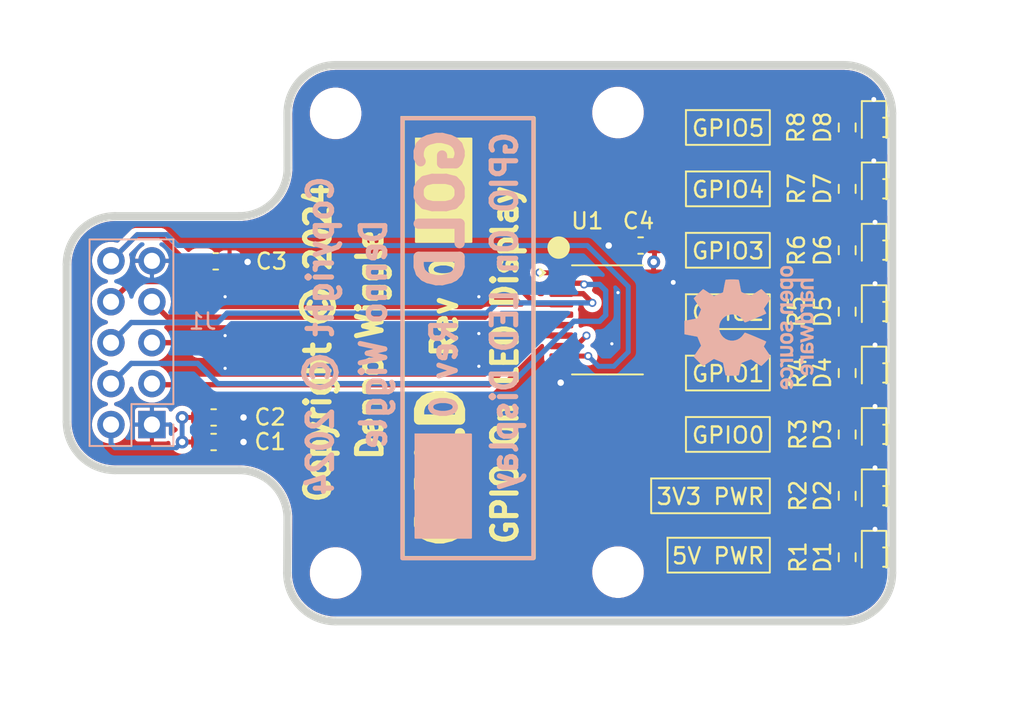
<source format=kicad_pcb>
(kicad_pcb (version 20240108) (generator "pcbnew") (generator_version "8.0")
  (title_block (title "GOLD") (date "2024-07-24") (rev "0") (company "Denno Wiggle") (comment 1 "GPIO On LED Display"))
  (layers (0 "F.Cu" signal) (1 "In1.Cu" power) (2 "In2.Cu" power) (31 "B.Cu" signal) (34 "B.Paste" user) (35 "F.Paste" user) (36 "B.SilkS" user "B.Silkscreen") (37 "F.SilkS" user "F.Silkscreen") (38 "B.Mask" user) (39 "F.Mask" user) (44 "Edge.Cuts" user))
  (net 0 "")
  (net 1 "+3.3V")
  (net 2 "GND")
  (net 3 "Net-(D1-Pad2)")
  (net 4 "Net-(D2-Pad2)")
  (net 5 "Net-(D3-Pad2)")
  (net 6 "Net-(D4-Pad2)")
  (net 7 "Net-(D5-Pad2)")
  (net 8 "Net-(D6-Pad2)")
  (net 9 "Net-(D7-Pad2)")
  (net 10 "Net-(D8-Pad2)")
  (net 11 "+5V")
  (net 12 "/GPIO4")
  (net 13 "/GPIO3")
  (net 14 "/GPIO2")
  (net 15 "/GPIO5")
  (net 16 "/GPIO0")
  (net 17 "/GPIO1")
  (net 18 "/LED_5V0_PWR")
  (net 19 "/LED_3V3_PWR")
  (net 20 "/LED_GPIO0")
  (net 21 "/LED_GPIO1")
  (net 22 "/LED_GPIO2")
  (net 23 "/LED_GPIO3")
  (net 24 "/LED_GPIO4")
  (net 25 "/LED_GPIO5")
  (footprint "MountingHole:MountingHole_2.7mm_M2.5_DIN965" (layer "F.Cu") (at 205.4352 81.698679)
    (property "Reference" "H1" (hide yes))
    (property "Value" "MountingHole")
    (pad "" np_thru_hole circle (at 0 0) (size 2.7 2.7) (drill 2.7) (layers "*.Cu" "*.Mask"))
  )
  (footprint "MountingHole:MountingHole_2.7mm_M2.5_DIN965" (layer "F.Cu") (at 205.4352 110.222038)
    (property "Reference" "H2" (hide yes))
    (property "Value" "MountingHole")
    (pad "" np_thru_hole circle (at 0 0) (size 2.7 2.7) (drill 2.7) (layers "*.Cu" "*.Mask"))
  )
  (footprint "MountingHole:MountingHole_2.7mm_M2.5_DIN965" (layer "F.Cu") (at 187.9092 110.273679)
    (property "Reference" "H3" (hide yes))
    (property "Value" "MountingHole")
    (pad "" np_thru_hole circle (at 0 0) (size 2.7 2.7) (drill 2.7) (layers "*.Cu" "*.Mask"))
  )
  (footprint "Resistor_SMD:R_0603_1608Metric_Pad0.98x0.95mm_HandSolder" (layer "F.Cu") (at 219.6592 97.865359 -90)
    (property "Reference" "R4" (at 0 3.048 90) (layer "F.SilkS"))
    (property "Value" "1K")
    (pad "1" smd roundrect (at -0.9125 0 270) (size 0.975 0.95) (layers "F.Cu" "F.Paste" "F.Mask") (net 21 "/LED_GPIO1"))
    (pad "2" smd roundrect (at 0.9125 0 270) (size 0.975 0.95) (layers "F.Cu" "F.Paste" "F.Mask") (net 6 "Net-(D4-Pad2)"))
  )
  (footprint "Capacitor_SMD:C_0603_1608Metric_Pad1.08x0.95mm_HandSolder" (layer "F.Cu") (at 180.34 102.145679)
    (property "Reference" "C1" (at 3.5052 -0.0167 0) (layer "F.SilkS"))
    (property "Value" "4.7uF")
    (pad "1" smd roundrect (at -0.8625 0) (size 1.075 0.95) (layers "F.Cu" "F.Paste" "F.Mask") (net 1 "+3.3V"))
    (pad "2" smd roundrect (at 0.8625 0) (size 1.075 0.95) (layers "F.Cu" "F.Paste" "F.Mask") (net 2 "GND"))
  )
  (footprint "Capacitor_SMD:C_0603_1608Metric_Pad1.08x0.95mm_HandSolder" (layer "F.Cu") (at 206.83835 89.953679 180)
    (property "Reference" "C4" (at 0.13315 1.524 0) (layer "F.SilkS"))
    (property "Value" "100nF")
    (pad "1" smd roundrect (at -0.8625 0 180) (size 1.075 0.95) (layers "F.Cu" "F.Paste" "F.Mask") (net 1 "+3.3V"))
    (pad "2" smd roundrect (at 0.8625 0 180) (size 1.075 0.95) (layers "F.Cu" "F.Paste" "F.Mask") (net 2 "GND"))
  )
  (footprint "WTM_Library:LTST-S270KGKT" (layer "F.Cu") (at 221.33052 109.308059 -90)
    (property "Reference" "D1" (at -0.0127 3.19532 90) (layer "F.SilkS") (effects (font (size 1.002417 1.002417))))
    (property "Value" "LED_LTST-S270KGKT")
    (pad "1" smd roundrect (at -0.85 0 270) (size 1.1 1) (layers "F.Cu" "F.Paste" "F.Mask") (net 2 "GND"))
    (pad "2" smd roundrect (at 0.85 0 270) (size 1.1 1) (layers "F.Cu" "F.Paste" "F.Mask") (net 3 "Net-(D1-Pad2)"))
  )
  (footprint "WTM_Library:LTST-S270KGKT" (layer "F.Cu") (at 221.33052 101.688059 -90)
    (property "Reference" "D3" (at -0.0127 3.19532 90) (layer "F.SilkS") (effects (font (size 1.002417 1.002417))))
    (property "Value" "LED_LTST-S270KGKT")
    (pad "1" smd roundrect (at -0.85 0 270) (size 1.1 1) (layers "F.Cu" "F.Paste" "F.Mask") (net 2 "GND"))
    (pad "2" smd roundrect (at 0.85 0 270) (size 1.1 1) (layers "F.Cu" "F.Paste" "F.Mask") (net 5 "Net-(D3-Pad2)"))
  )
  (footprint "Resistor_SMD:R_0603_1608Metric_Pad0.98x0.95mm_HandSolder" (layer "F.Cu") (at 219.6592 109.295359 -90)
    (property "Reference" "R1" (at 0 3.048 90) (layer "F.SilkS"))
    (property "Value" "1K")
    (pad "1" smd roundrect (at -0.9125 0 270) (size 0.975 0.95) (layers "F.Cu" "F.Paste" "F.Mask") (net 18 "/LED_5V0_PWR"))
    (pad "2" smd roundrect (at 0.9125 0 270) (size 0.975 0.95) (layers "F.Cu" "F.Paste" "F.Mask") (net 3 "Net-(D1-Pad2)"))
  )
  (footprint "Capacitor_SMD:C_0603_1608Metric_Pad1.08x0.95mm_HandSolder" (layer "F.Cu") (at 180.34 100.621679)
    (property "Reference" "C2" (at 3.5052 -0.0167 0) (layer "F.SilkS"))
    (property "Value" "100nF")
    (pad "1" smd roundrect (at -0.8625 0) (size 1.075 0.95) (layers "F.Cu" "F.Paste" "F.Mask") (net 1 "+3.3V"))
    (pad "2" smd roundrect (at 0.8625 0) (size 1.075 0.95) (layers "F.Cu" "F.Paste" "F.Mask") (net 2 "GND"))
  )
  (footprint "Capacitor_SMD:C_0603_1608Metric_Pad1.08x0.95mm_HandSolder" (layer "F.Cu") (at 180.467 90.932)
    (property "Reference" "C3" (at 3.45948 0 0) (layer "F.SilkS"))
    (property "Value" "100nF")
    (pad "1" smd roundrect (at -0.8625 0) (size 1.075 0.95) (layers "F.Cu" "F.Paste" "F.Mask") (net 11 "+5V"))
    (pad "2" smd roundrect (at 0.8625 0) (size 1.075 0.95) (layers "F.Cu" "F.Paste" "F.Mask") (net 2 "GND"))
  )
  (footprint "Package_SO:TSSOP-20_4.4x6.5mm_P0.65mm" (layer "F.Cu") (at 204.78135 94.566679)
    (property "Reference" "U1" (at -1.25115 -6.137 0) (layer "F.SilkS"))
    (property "Value" "SN74LVC245APWR")
    (pad "1" smd roundrect (at -2.8625 -2.925) (size 1.475 0.4) (layers "F.Cu" "F.Paste" "F.Mask") (net 1 "+3.3V"))
    (pad "2" smd roundrect (at -2.8625 -2.275) (size 1.475 0.4) (layers "F.Cu" "F.Paste" "F.Mask") (net 15 "/GPIO5"))
    (pad "3" smd roundrect (at -2.8625 -1.625) (size 1.475 0.4) (layers "F.Cu" "F.Paste" "F.Mask") (net 12 "/GPIO4"))
    (pad "4" smd roundrect (at -2.8625 -0.975) (size 1.475 0.4) (layers "F.Cu" "F.Paste" "F.Mask") (net 13 "/GPIO3"))
    (pad "5" smd roundrect (at -2.8625 -0.325) (size 1.475 0.4) (layers "F.Cu" "F.Paste" "F.Mask") (net 14 "/GPIO2"))
    (pad "6" smd roundrect (at -2.8625 0.325) (size 1.475 0.4) (layers "F.Cu" "F.Paste" "F.Mask") (net 17 "/GPIO1"))
    (pad "7" smd roundrect (at -2.8625 0.975) (size 1.475 0.4) (layers "F.Cu" "F.Paste" "F.Mask") (net 16 "/GPIO0"))
    (pad "8" smd roundrect (at -2.8625 1.625) (size 1.475 0.4) (layers "F.Cu" "F.Paste" "F.Mask") (net 1 "+3.3V"))
    (pad "9" smd roundrect (at -2.8625 2.275) (size 1.475 0.4) (layers "F.Cu" "F.Paste" "F.Mask") (net 11 "+5V"))
    (pad "10" smd roundrect (at -2.8625 2.925) (size 1.475 0.4) (layers "F.Cu" "F.Paste" "F.Mask") (net 2 "GND"))
    (pad "11" smd roundrect (at 2.8625 2.925) (size 1.475 0.4) (layers "F.Cu" "F.Paste" "F.Mask") (net 18 "/LED_5V0_PWR"))
    (pad "12" smd roundrect (at 2.8625 2.275) (size 1.475 0.4) (layers "F.Cu" "F.Paste" "F.Mask") (net 19 "/LED_3V3_PWR"))
    (pad "13" smd roundrect (at 2.8625 1.625) (size 1.475 0.4) (layers "F.Cu" "F.Paste" "F.Mask") (net 20 "/LED_GPIO0"))
    (pad "14" smd roundrect (at 2.8625 0.975) (size 1.475 0.4) (layers "F.Cu" "F.Paste" "F.Mask") (net 21 "/LED_GPIO1"))
    (pad "15" smd roundrect (at 2.8625 0.325) (size 1.475 0.4) (layers "F.Cu" "F.Paste" "F.Mask") (net 22 "/LED_GPIO2"))
    (pad "16" smd roundrect (at 2.8625 -0.325) (size 1.475 0.4) (layers "F.Cu" "F.Paste" "F.Mask") (net 23 "/LED_GPIO3"))
    (pad "17" smd roundrect (at 2.8625 -0.975) (size 1.475 0.4) (layers "F.Cu" "F.Paste" "F.Mask") (net 24 "/LED_GPIO4"))
    (pad "18" smd roundrect (at 2.8625 -1.625) (size 1.475 0.4) (layers "F.Cu" "F.Paste" "F.Mask") (net 25 "/LED_GPIO5"))
    (pad "19" smd roundrect (at 2.8625 -2.275) (size 1.475 0.4) (layers "F.Cu" "F.Paste" "F.Mask") (net 2 "GND"))
    (pad "20" smd roundrect (at 2.8625 -2.925) (size 1.475 0.4) (layers "F.Cu" "F.Paste" "F.Mask") (net 1 "+3.3V"))
  )
  (footprint "Resistor_SMD:R_0603_1608Metric_Pad0.98x0.95mm_HandSolder" (layer "F.Cu") (at 219.6592 94.055359 -90)
    (property "Reference" "R5" (at 0 3.142 90) (layer "F.SilkS"))
    (property "Value" "1K")
    (pad "1" smd roundrect (at -0.9125 0 270) (size 0.975 0.95) (layers "F.Cu" "F.Paste" "F.Mask") (net 22 "/LED_GPIO2"))
    (pad "2" smd roundrect (at 0.9125 0 270) (size 0.975 0.95) (layers "F.Cu" "F.Paste" "F.Mask") (net 7 "Net-(D5-Pad2)"))
  )
  (footprint "WTM_Library:LTST-S270KGKT" (layer "F.Cu") (at 221.33052 86.448059 -90)
    (property "Reference" "D7" (at -0.0127 3.19532 90) (layer "F.SilkS") (effects (font (size 1.002417 1.002417))))
    (property "Value" "LED_LTST-S270KGKT")
    (pad "1" smd roundrect (at -0.85 0 270) (size 1.1 1) (layers "F.Cu" "F.Paste" "F.Mask") (net 2 "GND"))
    (pad "2" smd roundrect (at 0.85 0 270) (size 1.1 1) (layers "F.Cu" "F.Paste" "F.Mask") (net 9 "Net-(D7-Pad2)"))
  )
  (footprint "Resistor_SMD:R_0603_1608Metric_Pad0.98x0.95mm_HandSolder" (layer "F.Cu") (at 219.6592 101.675359 -90)
    (property "Reference" "R3" (at 0 3.048 90) (layer "F.SilkS"))
    (property "Value" "1K")
    (pad "1" smd roundrect (at -0.9125 0 270) (size 0.975 0.95) (layers "F.Cu" "F.Paste" "F.Mask") (net 20 "/LED_GPIO0"))
    (pad "2" smd roundrect (at 0.9125 0 270) (size 0.975 0.95) (layers "F.Cu" "F.Paste" "F.Mask") (net 5 "Net-(D3-Pad2)"))
  )
  (footprint "Resistor_SMD:R_0603_1608Metric_Pad0.98x0.95mm_HandSolder" (layer "F.Cu") (at 219.6592 82.625359 -90)
    (property "Reference" "R8" (at 0 3.175 90) (layer "F.SilkS"))
    (property "Value" "1K")
    (pad "1" smd roundrect (at -0.9125 0 270) (size 0.975 0.95) (layers "F.Cu" "F.Paste" "F.Mask") (net 25 "/LED_GPIO5"))
    (pad "2" smd roundrect (at 0.9125 0 270) (size 0.975 0.95) (layers "F.Cu" "F.Paste" "F.Mask") (net 10 "Net-(D8-Pad2)"))
  )
  (footprint "MountingHole:MountingHole_2.7mm_M2.5_DIN965" (layer "F.Cu") (at 187.9092 81.75032 90)
    (property "Reference" "H4" (hide yes))
    (property "Value" "MountingHole")
    (pad "" np_thru_hole circle (at 0 0 90) (size 2.7 2.7) (drill 2.7) (layers "*.Mask" "F.Cu" "In1.Cu" "In2.Cu" "B.Cu"))
  )
  (footprint "WTM_Library:LTST-S270KGKT" (layer "F.Cu") (at 221.33052 94.068059 -90)
    (property "Reference" "D5" (at -0.0127 3.19532 90) (layer "F.SilkS") (effects (font (size 1.002417 1.002417))))
    (property "Value" "LED_LTST-S270KGKT")
    (pad "1" smd roundrect (at -0.85 0 270) (size 1.1 1) (layers "F.Cu" "F.Paste" "F.Mask") (net 2 "GND"))
    (pad "2" smd roundrect (at 0.85 0 270) (size 1.1 1) (layers "F.Cu" "F.Paste" "F.Mask") (net 7 "Net-(D5-Pad2)"))
  )
  (footprint "WTM_Library:LTST-S270KGKT" (layer "F.Cu") (at 221.33052 105.498059 -90)
    (property "Reference" "D2" (at -0.0127 3.19532 90) (layer "F.SilkS") (effects (font (size 1.002417 1.002417))))
    (property "Value" "LED_LTST-S270KGKT")
    (pad "1" smd roundrect (at -0.85 0 270) (size 1.1 1) (layers "F.Cu" "F.Paste" "F.Mask") (net 2 "GND"))
    (pad "2" smd roundrect (at 0.85 0 270) (size 1.1 1) (layers "F.Cu" "F.Paste" "F.Mask") (net 4 "Net-(D2-Pad2)"))
  )
  (footprint "Resistor_SMD:R_0603_1608Metric_Pad0.98x0.95mm_HandSolder" (layer "F.Cu") (at 219.6592 90.245359 -90)
    (property "Reference" "R6" (at 0 3.142 90) (layer "F.SilkS"))
    (property "Value" "1K")
    (pad "1" smd roundrect (at -0.9125 0 270) (size 0.975 0.95) (layers "F.Cu" "F.Paste" "F.Mask") (net 23 "/LED_GPIO3"))
    (pad "2" smd roundrect (at 0.9125 0 270) (size 0.975 0.95) (layers "F.Cu" "F.Paste" "F.Mask") (net 8 "Net-(D6-Pad2)"))
  )
  (footprint "WTM_Library:LTST-S270KGKT" (layer "F.Cu") (at 221.33052 82.638059 -90)
    (property "Reference" "D8" (at -0.0127 3.19532 90) (layer "F.SilkS") (effects (font (size 1.002417 1.002417))))
    (property "Value" "LED_LTST-S270KGKT")
    (pad "1" smd roundrect (at -0.85 0 270) (size 1.1 1) (layers "F.Cu" "F.Paste" "F.Mask") (net 2 "GND"))
    (pad "2" smd roundrect (at 0.85 0 270) (size 1.1 1) (layers "F.Cu" "F.Paste" "F.Mask") (net 10 "Net-(D8-Pad2)"))
  )
  (footprint "WTM_Library:LTST-S270KGKT" (layer "F.Cu") (at 221.33052 97.878059 -90)
    (property "Reference" "D4" (at -0.0127 3.19532 90) (layer "F.SilkS") (effects (font (size 1.002417 1.002417))))
    (property "Value" "LED_LTST-S270KGKT")
    (pad "1" smd roundrect (at -0.85 0 270) (size 1.1 1) (layers "F.Cu" "F.Paste" "F.Mask") (net 2 "GND"))
    (pad "2" smd roundrect (at 0.85 0 270) (size 1.1 1) (layers "F.Cu" "F.Paste" "F.Mask") (net 6 "Net-(D4-Pad2)"))
  )
  (footprint "Resistor_SMD:R_0603_1608Metric_Pad0.98x0.95mm_HandSolder" (layer "F.Cu") (at 219.6592 86.435359 -90)
    (property "Reference" "R7" (at 0 3.142 90) (layer "F.SilkS"))
    (property "Value" "1K")
    (pad "1" smd roundrect (at -0.9125 0 270) (size 0.975 0.95) (layers "F.Cu" "F.Paste" "F.Mask") (net 24 "/LED_GPIO4"))
    (pad "2" smd roundrect (at 0.9125 0 270) (size 0.975 0.95) (layers "F.Cu" "F.Paste" "F.Mask") (net 9 "Net-(D7-Pad2)"))
  )
  (footprint "WTM_Library:LTST-S270KGKT" (layer "F.Cu") (at 221.33052 90.258059 -90)
    (property "Reference" "D6" (at -0.0127 3.19532 90) (layer "F.SilkS") (effects (font (size 1.002417 1.002417))))
    (property "Value" "LED_LTST-S270KGKT")
    (pad "1" smd roundrect (at -0.85 0 270) (size 1.1 1) (layers "F.Cu" "F.Paste" "F.Mask") (net 2 "GND"))
    (pad "2" smd roundrect (at 0.85 0 270) (size 1.1 1) (layers "F.Cu" "F.Paste" "F.Mask") (net 8 "Net-(D6-Pad2)"))
  )
  (footprint "Resistor_SMD:R_0603_1608Metric_Pad0.98x0.95mm_HandSolder" (layer "F.Cu") (at 219.6592 105.485359 -90)
    (property "Reference" "R2" (at 0 3.048 90) (layer "F.SilkS"))
    (property "Value" "1K")
    (pad "1" smd roundrect (at -0.9125 0 270) (size 0.975 0.95) (layers "F.Cu" "F.Paste" "F.Mask") (net 19 "/LED_3V3_PWR"))
    (pad "2" smd roundrect (at 0.9125 0 270) (size 0.975 0.95) (layers "F.Cu" "F.Paste" "F.Mask") (net 4 "Net-(D2-Pad2)"))
  )
  (footprint "Symbol:OSHW-Logo_7.5x8mm_SilkScreen" (layer "B.Cu") (at 213.5632 95.033679 -90)
    (property "Reference" "LOGO1" (hide yes))
    (property "Value" "Logo_Open_Hardware_Small" (hide yes))
  )
  (footprint "Connector_PinSocket_2.54mm:PinSocket_2x05_P2.54mm_Vertical" (layer "B.Cu") (at 176.51 101.062)
    (property "Reference" "J1" (at 3.1442 -6.409321 0) (layer "B.SilkS") (effects (justify mirror)))
    (property "Value" "Conn_02x05_Vertical")
    (pad "1" thru_hole rect (at 0 0) (size 1.7 1.7) (drill 1) (layers "*.Cu" "*.Mask") (net 2 "GND"))
    (pad "2" thru_hole oval (at -2.54 0) (size 1.7 1.7) (drill 1) (layers "*.Cu" "*.Mask") (net 1 "+3.3V"))
    (pad "3" thru_hole oval (at 0 -2.54) (size 1.7 1.7) (drill 1) (layers "*.Cu" "*.Mask") (net 16 "/GPIO0"))
    (pad "4" thru_hole oval (at -2.54 -2.54) (size 1.7 1.7) (drill 1) (layers "*.Cu" "*.Mask") (net 15 "/GPIO5"))
    (pad "5" thru_hole oval (at 0 -5.08) (size 1.7 1.7) (drill 1) (layers "*.Cu" "*.Mask") (net 17 "/GPIO1"))
    (pad "6" thru_hole oval (at -2.54 -5.08) (size 1.7 1.7) (drill 1) (layers "*.Cu" "*.Mask") (net 12 "/GPIO4"))
    (pad "7" thru_hole oval (at 0 -7.62) (size 1.7 1.7) (drill 1) (layers "*.Cu" "*.Mask") (net 14 "/GPIO2"))
    (pad "8" thru_hole oval (at -2.54 -7.62) (size 1.7 1.7) (drill 1) (layers "*.Cu" "*.Mask") (net 13 "/GPIO3"))
    (pad "9" thru_hole oval (at 0 -10.16) (size 1.7 1.7) (drill 1) (layers "*.Cu" "*.Mask") (net 2 "GND"))
    (pad "10" thru_hole oval (at -2.54 -10.16) (size 1.7 1.7) (drill 1) (layers "*.Cu" "*.Mask") (net 11 "+5V"))
  )
  (gr_rect (start 192.0494 82.054279) (end 200.1774 109.359279) (stroke (width 0.254)) (fill none) (layer "B.SilkS"))
  (gr_rect (start 192.8674 101.675779) (end 196.3114 108.088779) (stroke (width 0.12)) (fill solid) (layer "B.SilkS"))
  (gr_rect (start 209.6516 85.355859) (end 214.8586 87.514859) (stroke (width 0.12)) (fill none) (layer "F.SilkS"))
  (gr_rect (start 209.6516 96.785859) (end 214.8586 98.944859) (stroke (width 0.12)) (fill none) (layer "F.SilkS"))
  (gr_rect (start 209.6516 92.975859) (end 214.8586 95.134859) (stroke (width 0.12)) (fill none) (layer "F.SilkS"))
  (gr_rect (start 209.6516 81.545859) (end 214.8586 83.704859) (stroke (width 0.12)) (fill none) (layer "F.SilkS"))
  (gr_rect (start 208.5086 108.088859) (end 214.8586 110.247859) (stroke (width 0.12)) (fill none) (layer "F.SilkS"))
  (gr_rect (start 192.0748 82.042) (end 200.2028 109.347) (stroke (width 0.254)) (fill none) (layer "F.SilkS"))
  (gr_rect (start 209.6516 100.595859) (end 214.8586 102.754859) (stroke (width 0.12)) (fill none) (layer "F.SilkS"))
  (gr_rect (start 192.8928 83.3125) (end 196.3368 89.7255) (stroke (width 0.12)) (fill solid) (layer "F.SilkS"))
  (gr_rect (start 207.4926 104.405859) (end 214.8586 106.564859) (stroke (width 0.12)) (fill none) (layer "F.SilkS"))
  (gr_rect (start 209.6516 89.165859) (end 214.8586 91.324859) (stroke (width 0.12)) (fill none) (layer "F.SilkS"))
  (gr_circle (center 201.7522 90.080679) (end 202.3872 90.080679) (stroke (width 0.12)) (fill solid) (layer "F.SilkS"))
  (gr_arc (start 187.90168 113.27368) (mid 185.78036 112.395) (end 184.90168 110.27368) (stroke (width 0.5)) (layer "Edge.Cuts"))
  (gr_arc (start 222.4532 110.273679) (mid 221.57452 112.394999) (end 219.4532 113.273679) (stroke (width 0.5)) (layer "Edge.Cuts"))
  (gr_line (start 174.221446 88.128511) (end 181.929926 88.128511) (stroke (width 0.5)) (layer "Edge.Cuts"))
  (gr_arc (start 174.221446 103.891591) (mid 172.100126 103.012911) (end 171.221446 100.891591) (stroke (width 0.5)) (layer "Edge.Cuts"))
  (gr_line (start 184.92232 81.75032) (end 184.929926 85.128511) (stroke (width 0.5)) (layer "Edge.Cuts"))
  (gr_line (start 171.221446 91.128511) (end 171.221446 100.891591) (stroke (width 0.5)) (layer "Edge.Cuts"))
  (gr_arc (start 171.221446 91.128511) (mid 172.100126 89.007191) (end 174.221446 88.128511) (stroke (width 0.5)) (layer "Edge.Cuts"))
  (gr_arc (start 181.927126 103.891591) (mid 184.048157 104.771958) (end 184.922353 106.89554) (stroke (width 0.5)) (layer "Edge.Cuts"))
  (gr_line (start 181.927126 103.891591) (end 174.221446 103.891591) (stroke (width 0.5)) (layer "Edge.Cuts"))
  (gr_line (start 219.4532 113.273679) (end 187.90168 113.27368) (stroke (width 0.5)) (layer "Edge.Cuts"))
  (gr_line (start 187.92232 78.75032) (end 219.4532 78.750319) (stroke (width 0.5)) (layer "Edge.Cuts"))
  (gr_arc (start 184.929926 85.128511) (mid 184.051246 87.249831) (end 181.929926 88.128511) (stroke (width 0.5)) (layer "Edge.Cuts"))
  (gr_arc (start 184.92232 81.75032) (mid 185.801 79.629) (end 187.92232 78.75032) (stroke (width 0.5)) (layer "Edge.Cuts"))
  (gr_line (start 222.4532 81.750319) (end 222.4532 110.273679) (stroke (width 0.5)) (layer "Edge.Cuts"))
  (gr_arc (start 219.4532 78.750319) (mid 221.57452 79.628999) (end 222.4532 81.750319) (stroke (width 0.5)) (layer "Edge.Cuts"))
  (gr_line (start 184.90168 110.27368) (end 184.922353 106.89554) (stroke (width 0.5)) (layer "Edge.Cuts"))
  (gr_text "GOLD" (at 194.4624 82.371779 90) (layer "B.SilkS") (effects (font (size 2.54 2.54) (thickness 0.635) (bold yes)) (justify left mirror)))
  (gr_text "Denno Wiggle" (at 190.2714 88.175679 90) (layer "B.SilkS") (effects (font (size 1.524 1.397) (thickness 0.3175) (bold yes)) (justify left mirror)))
  (gr_text "Copyright © 2024" (at 186.9694 85.508679 90) (layer "B.SilkS") (effects (font (size 1.524 1.397) (thickness 0.3175) (bold yes)) (justify left mirror)))
  (gr_text "Rev 0" (at 194.6454 94.372779 90) (layer "B.SilkS") (effects (font (size 1.524 1.397) (thickness 0.3175) (bold yes)) (justify left mirror)))
  (gr_text "GPIO On LED Display" (at 198.3994 82.752779 90) (layer "B.SilkS") (effects (font (size 1.524 1.397) (thickness 0.3175)) (justify left mirror)))
  (gr_text "GPIO2" (at 214.6046 94.690359 0) (layer "F.SilkS") (effects (font (size 1 1)) (justify right bottom)))
  (gr_text "Denno Wiggle" (at 190.0428 103.4034 90) (layer "F.SilkS") (effects (font (size 1.524 1.397) (thickness 0.3175) (bold yes)) (justify left)))
  (gr_text "GPIO On LED Display" (at 198.4248 108.6485 90) (layer "F.SilkS") (effects (font (size 1.524 1.397) (thickness 0.3175)) (justify left)))
  (gr_text "GPIO1" (at 214.6046 98.500359 0) (layer "F.SilkS") (effects (font (size 1 1)) (justify right bottom)))
  (gr_text "Copyright © 2024" (at 186.817 106.045 90) (layer "F.SilkS") (effects (font (size 1.524 1.397) (thickness 0.3175) (bold yes)) (justify left)))
  (gr_text "GPIO3" (at 214.6046 90.880359 0) (layer "F.SilkS") (effects (font (size 1 1)) (justify right bottom)))
  (gr_text "Rev 0" (at 194.6708 97.0285 90) (layer "F.SilkS") (effects (font (size 1.524 1.397) (thickness 0.3175) (bold yes)) (justify left)))
  (gr_text "GPIO5" (at 214.6046 83.260359 0) (layer "F.SilkS") (effects (font (size 1 1)) (justify right bottom)))
  (gr_text "5V PWR" (at 214.6046 109.803359 0) (layer "F.SilkS") (effects (font (size 1 1)) (justify right bottom)))
  (gr_text "GOLD" (at 194.4878 109.0295 90) (layer "F.SilkS") (effects (font (size 2.54 2.54) (thickness 0.635) (bold yes)) (justify left)))
  (gr_text "GPIO0" (at 214.6046 102.310359 0) (layer "F.SilkS") (effects (font (size 1 1)) (justify right bottom)))
  (gr_text "GPIO4" (at 214.6046 87.070359 0) (layer "F.SilkS") (effects (font (size 1 1)) (justify right bottom)))
  (gr_text "3V3 PWR" (at 214.6046 106.120359 0) (layer "F.SilkS") (effects (font (size 1 1)) (justify right bottom)))
  (segment (start 207.70085 90.920379) (end 207.65155 90.969679) (width 0.3048) (layer "F.Cu") (net 1))
  (segment (start 207.70085 89.953679) (end 207.70085 90.920379) (width 0.3048) (layer "F.Cu") (net 1))
  (segment (start 200.57 91.641679) (end 200.5584 91.630079) (width 0.3048) (layer "F.Cu") (net 1))
  (segment (start 207.64385 90.977379) (end 207.65155 90.969679) (width 0.3048) (layer "F.Cu") (net 1))
  (segment (start 201.91885 96.191679) (end 202.8294 96.191679) (width 0.3048) (layer "F.Cu") (net 1))
  (segment (start 207.64385 91.641679) (end 207.64385 90.977379) (width 0.3048) (layer "F.Cu") (net 1))
  (segment (start 179.4775 102.145679) (end 178.3842 102.145679) (width 0.3048) (layer "F.Cu") (net 1))
  (segment (start 179.4775 100.621679) (end 178.3842 100.621679) (width 0.3048) (layer "F.Cu") (net 1))
  (segment (start 202.8294 96.191679) (end 203.4794 95.541679) (width 0.3048) (layer "F.Cu") (net 1))
  (segment (start 201.91885 91.641679) (end 200.57 91.641679) (width 0.3048) (layer "F.Cu") (net 1))
  (via (at 207.65155 90.969679) (size 0.8) (drill 0.4) (layers "F.Cu" "B.Cu") (net 1))
  (via (at 178.3842 100.621679) (size 0.8) (drill 0.4) (layers "F.Cu" "B.Cu") (net 1))
  (via (at 200.5584 91.630079) (size 0.5) (drill 0.3) (layers "F.Cu" "B.Cu") (net 1))
  (via (at 178.3842 102.145679) (size 0.8) (drill 0.4) (layers "F.Cu" "B.Cu") (net 1))
  (via (at 203.4794 95.541679) (size 0.5) (drill 0.3) (layers "F.Cu" "B.Cu") (net 1))
  (segment (start 173.97 102.252679) (end 174.2186 102.501279) (width 0.3048) (layer "B.Cu") (net 1))
  (segment (start 178.0286 102.501279) (end 178.3842 102.145679) (width 0.3048) (layer "B.Cu") (net 1))
  (segment (start 173.97 101.062) (end 173.97 102.252679) (width 0.3048) (layer "B.Cu") (net 1))
  (segment (start 174.2186 102.501279) (end 178.0286 102.501279) (width 0.3048) (layer "B.Cu") (net 1))
  (segment (start 178.3842 102.145679) (end 178.3842 100.621679) (width 0.3048) (layer "B.Cu") (net 1))
  (segment (start 221.3864 99.935038) (end 221.3864 100.782179) (width 0.3048) (layer "F.Cu") (net 2))
  (segment (start 221.33052 80.905358) (end 221.3102 80.885038) (width 0.3048) (layer "F.Cu") (net 2))
  (segment (start 201.91885 97.491679) (end 201.91885 98.423029) (width 0.3048) (layer "F.Cu") (net 2))
  (segment (start 221.3102 84.695038) (end 221.3102 85.577739) (width 0.3048) (layer "F.Cu") (net 2))
  (segment (start 221.3864 107.555038) (end 221.3864 108.402179) (width 0.3048) (layer "F.Cu") (net 2))
  (segment (start 182.410521 90.932) (end 182.4482 90.969679) (width 0.3048) (layer "F.Cu") (net 2))
  (segment (start 181.2025 100.621679) (end 182.1942 100.621679) (width 0.3048) (layer "F.Cu") (net 2))
  (segment (start 221.3864 92.315038) (end 221.3864 93.162179) (width 0.3048) (layer "F.Cu") (net 2))
  (segment (start 221.3864 100.782179) (end 221.33052 100.838059) (width 0.3048) (layer "F.Cu") (net 2))
  (segment (start 181.2025 102.145679) (end 182.1942 102.145679) (width 0.3048) (layer "F.Cu") (net 2))
  (segment (start 221.3864 96.972179) (end 221.33052 97.028059) (width 0.3048) (layer "F.Cu") (net 2))
  (segment (start 221.3864 89.352179) (end 221.33052 89.408059) (width 0.3048) (layer "F.Cu") (net 2))
  (segment (start 201.91885 98.423029) (end 201.8792 98.462679) (width 0.3048) (layer "F.Cu") (net 2))
  (segment (start 221.3864 103.745038) (end 221.3864 104.592179) (width 0.3048) (layer "F.Cu") (net 2))
  (segment (start 221.3864 104.592179) (end 221.33052 104.648059) (width 0.3048) (layer "F.Cu") (net 2))
  (segment (start 181.3295 90.932) (end 182.410521 90.932) (width 0.3048) (layer "F.Cu") (net 2))
  (segment (start 221.3102 85.577739) (end 221.33052 85.598059) (width 0.3048) (layer "F.Cu") (net 2))
  (segment (start 208.8122 92.291679) (end 208.8642 92.239679) (width 0.3048) (layer "F.Cu") (net 2))
  (segment (start 221.3864 108.402179) (end 221.33052 108.458059) (width 0.3048) (layer "F.Cu") (net 2))
  (segment (start 176.54 90.932) (end 176.51 90.902) (width 0.3048) (layer "F.Cu") (net 2))
  (segment (start 221.33052 81.788059) (end 221.33052 80.905358) (width 0.3048) (layer "F.Cu") (net 2))
  (segment (start 221.3864 81.732179) (end 221.33052 81.788059) (width 0.3048) (layer "F.Cu") (net 2))
  (segment (start 221.3864 93.162179) (end 221.33052 93.218059) (width 0.3048) (layer "F.Cu") (net 2))
  (segment (start 205.97585 89.953679) (end 204.85755 89.953679) (width 0.3048) (layer "F.Cu") (net 2))
  (segment (start 221.3864 88.505038) (end 221.3864 89.352179) (width 0.3048) (layer "F.Cu") (net 2))
  (segment (start 221.3864 96.125038) (end 221.3864 96.972179) (width 0.3048) (layer "F.Cu") (net 2))
  (segment (start 221.3864 85.542179) (end 221.33052 85.598059) (width 0.3048) (layer "F.Cu") (net 2))
  (segment (start 207.64385 92.291679) (end 208.8122 92.291679) (width 0.3048) (layer "F.Cu") (net 2))
  (via (at 181.0512 95.541679) (size 0.35) (drill 0.2) (layers "F.Cu" "B.Cu") (net 2))
  (via (at 205.4352 92.874679) (size 0.35) (drill 0.2) (layers "F.Cu" "B.Cu") (net 2))
  (via (at 221.3102 84.695038) (size 0.5) (drill 0.3) (layers "F.Cu" "B.Cu") (net 2))
  (via (at 196.7992 95.414679) (size 0.35) (drill 0.2) (layers "F.Cu" "B.Cu") (net 2))
  (via (at 201.8792 98.462679) (size 0.8) (drill 0.4) (layers "F.Cu" "B.Cu") (net 2))
  (via (at 221.3864 96.125038) (size 0.5) (drill 0.3) (layers "F.Cu" "B.Cu") (net 2))
  (via (at 221.3864 92.315038) (size 0.5) (drill 0.3) (layers "F.Cu" "B.Cu") (net 2))
  (via (at 221.3864 88.505038) (size 0.5) (drill 0.3) (layers "F.Cu" "B.Cu") (net 2))
  (via (at 221.3102 80.885038) (size 0.5) (drill 0.3) (layers "F.Cu" "B.Cu") (net 2))
  (via (at 208.8642 92.239679) (size 0.5) (drill 0.3) (layers "F.Cu" "B.Cu") (net 2))
  (via (at 196.7992 97.446679) (size 0.35) (drill 0.2) (layers "F.Cu" "B.Cu") (net 2))
  (via (at 221.3864 103.745038) (size 0.5) (drill 0.3) (layers "F.Cu" "B.Cu") (net 2))
  (via (at 182.1942 102.145679) (size 0.8) (drill 0.4) (layers "F.Cu" "B.Cu") (net 2))
  (via (at 221.3864 107.555038) (size 0.5) (drill 0.3) (layers "F.Cu" "B.Cu") (net 2))
  (via (at 182.1942 100.621679) (size 0.8) (drill 0.4) (layers "F.Cu" "B.Cu") (net 2))
  (via (at 196.7992 93.128679) (size 0.35) (drill 0.2) (layers "F.Cu" "B.Cu") (net 2))
  (via (at 182.4482 90.969679) (size 0.8) (drill 0.4) (layers "F.Cu" "B.Cu") (net 2))
  (via (at 204.85755 89.953679) (size 0.8) (drill 0.4) (layers "F.Cu" "B.Cu") (net 2))
  (via (at 181.0512 97.573679) (size 0.35) (drill 0.2) (layers "F.Cu" "B.Cu") (net 2))
  (via (at 205.0542 96.049679) (size 0.35) (drill 0.2) (layers "F.Cu" "B.Cu") (net 2))
  (via (at 181.0512 93.128679) (size 0.35) (drill 0.2) (layers "F.Cu" "B.Cu") (net 2))
  (via (at 221.3864 99.935038) (size 0.5) (drill 0.3) (layers "F.Cu" "B.Cu") (net 2))
  (segment (start 221.28072 110.207859) (end 221.33052 110.158059) (width 0.3302) (layer "F.Cu") (net 3))
  (segment (start 219.6592 110.207859) (end 221.28072 110.207859) (width 0.3302) (layer "F.Cu") (net 3))
  (segment (start 221.28072 106.397859) (end 221.33052 106.348059) (width 0.3302) (layer "F.Cu") (net 4))
  (segment (start 219.6592 106.397859) (end 221.28072 106.397859) (width 0.3302) (layer "F.Cu") (net 4))
  (segment (start 219.6592 102.587859) (end 221.28072 102.587859) (width 0.3302) (layer "F.Cu") (net 5))
  (segment (start 221.28072 102.587859) (end 221.33052 102.538059) (width 0.3302) (layer "F.Cu") (net 5))
  (segment (start 219.6592 98.777859) (end 221.28072 98.777859) (width 0.3302) (layer "F.Cu") (net 6))
  (segment (start 221.28072 98.777859) (end 221.33052 98.728059) (width 0.3302) (layer "F.Cu") (net 6))
  (segment (start 221.28072 94.967859) (end 221.33052 94.918059) (width 0.3302) (layer "F.Cu") (net 7))
  (segment (start 219.6592 94.967859) (end 221.28072 94.967859) (width 0.3302) (layer "F.Cu") (net 7))
  (segment (start 221.28072 91.157859) (end 221.33052 91.108059) (width 0.3302) (layer "F.Cu") (net 8))
  (segment (start 219.6592 91.157859) (end 221.28072 91.157859) (width 0.3302) (layer "F.Cu") (net 8))
  (segment (start 219.6592 87.347859) (end 221.28072 87.347859) (width 0.3302) (layer "F.Cu") (net 9))
  (segment (start 221.28072 87.347859) (end 221.33052 87.298059) (width 0.3302) (layer "F.Cu") (net 9))
  (segment (start 221.28072 83.537859) (end 221.33052 83.488059) (width 0.3302) (layer "F.Cu") (net 10))
  (segment (start 219.6592 83.537859) (end 221.28072 83.537859) (width 0.3302) (layer "F.Cu") (net 10))
  (segment (start 201.94885 96.811679) (end 201.91885 96.841679) (width 0.3048) (layer "F.Cu") (net 11))
  (segment (start 177.038 89.344079) (end 175.527921 89.344079) (width 0.3048) (layer "F.Cu") (net 11))
  (segment (start 178.625921 90.932) (end 177.038 89.344079) (width 0.3048) (layer "F.Cu") (net 11))
  (segment (start 203.58755 96.811679) (end 201.94885 96.811679) (width 0.3048) (layer "F.Cu") (net 11))
  (segment (start 175.527921 89.344079) (end 173.97 90.902) (width 0.3048) (layer "F.Cu") (net 11))
  (segment (start 179.6045 90.932) (end 178.625921 90.932) (width 0.3048) (layer "F.Cu") (net 11))
  (via (at 203.58755 96.811679) (size 0.5) (drill 0.3) (layers "F.Cu" "B.Cu") (net 11))
  (segment (start 177.419 89.267879) (end 178.1048 89.953679) (width 0.3048) (layer "B.Cu") (net 11))
  (segment (start 203.5302 89.953679) (end 206.0702 92.493679) (width 0.3048) (layer "B.Cu") (net 11))
  (segment (start 175.604121 89.267879) (end 177.419 89.267879) (width 0.3048) (layer "B.Cu") (net 11))
  (segment (start 204.22255 97.446679) (end 203.58755 96.811679) (width 0.3048) (layer "B.Cu") (net 11))
  (segment (start 178.1048 89.953679) (end 203.5302 89.953679) (width 0.3048) (layer "B.Cu") (net 11))
  (segment (start 173.97 90.902) (end 175.604121 89.267879) (width 0.3048) (layer "B.Cu") (net 11))
  (segment (start 206.0702 92.493679) (end 206.0702 96.557679) (width 0.3048) (layer "B.Cu") (net 11))
  (segment (start 206.0702 96.557679) (end 205.1812 97.446679) (width 0.3048) (layer "B.Cu") (net 11))
  (segment (start 205.1812 97.446679) (end 204.22255 97.446679) (width 0.3048) (layer "B.Cu") (net 11))
  (segment (start 201.91885 92.941679) (end 203.27355 92.941679) (width 0.3302) (layer "F.Cu") (net 12))
  (segment (start 203.27355 92.941679) (end 203.84155 93.509679) (width 0.3302) (layer "F.Cu") (net 12))
  (via (at 203.84155 93.509679) (size 0.5) (drill 0.3) (layers "F.Cu" "B.Cu") (net 12))
  (segment (start 197.924787 93.509679) (end 203.84155 93.509679) (width 0.3302) (layer "B.Cu") (net 12))
  (segment (start 180.594 94.728879) (end 181.1782 94.144679) (width 0.3302) (layer "B.Cu") (net 12))
  (segment (start 175.223121 94.728879) (end 180.594 94.728879) (width 0.3302) (layer "B.Cu") (net 12))
  (segment (start 173.97 95.982) (end 175.223121 94.728879) (width 0.3302) (layer "B.Cu") (net 12))
  (segment (start 181.1782 94.144679) (end 197.289787 94.144679) (width 0.3302) (layer "B.Cu") (net 12))
  (segment (start 197.289787 94.144679) (end 197.924787 93.509679) (width 0.3302) (layer "B.Cu") (net 12))
  (segment (start 175.223121 92.188879) (end 198.9074 92.188879) (width 0.3302) (layer "F.Cu") (net 13))
  (segment (start 198.9074 92.188879) (end 200.3102 93.591679) (width 0.3302) (layer "F.Cu") (net 13))
  (segment (start 173.97 93.442) (end 175.223121 92.188879) (width 0.3302) (layer "F.Cu") (net 13))
  (segment (start 201.238146 93.591679) (end 201.91885 93.591679) (width 0.3302) (layer "F.Cu") (net 13))
  (segment (start 200.3102 93.591679) (end 201.91885 93.591679) (width 0.3302) (layer "F.Cu") (net 13))
  (segment (start 177.466679 94.398679) (end 197.1802 94.398679) (width 0.3302) (layer "F.Cu") (net 14))
  (segment (start 176.51 93.442) (end 177.466679 94.398679) (width 0.3302) (layer "F.Cu") (net 14))
  (segment (start 197.3372 94.241679) (end 201.91885 94.241679) (width 0.3302) (layer "F.Cu") (net 14))
  (segment (start 197.1802 94.398679) (end 197.3372 94.241679) (width 0.3302) (layer "F.Cu") (net 14))
  (segment (start 201.91885 92.291679) (end 203.25855 92.291679) (width 0.3302) (layer "F.Cu") (net 15))
  (segment (start 203.25855 92.291679) (end 203.33355 92.366679) (width 0.3302) (layer "F.Cu") (net 15))
  (via (at 203.33355 92.366679) (size 0.5) (drill 0.3) (layers "F.Cu" "B.Cu") (net 15))
  (segment (start 204.6732 92.747679) (end 204.2922 92.366679) (width 0.3302) (layer "B.Cu") (net 15))
  (segment (start 175.223121 97.268879) (end 179.3494 97.268879) (width 0.3302) (layer "B.Cu") (net 15))
  (segment (start 202.69855 94.652679) (end 204.2922 94.652679) (width 0.3302) (layer "B.Cu") (net 15))
  (segment (start 179.3494 97.268879) (end 180.602521 98.522) (width 0.3302) (layer "B.Cu") (net 15))
  (segment (start 204.2922 92.366679) (end 203.33355 92.366679) (width 0.3302) (layer "B.Cu") (net 15))
  (segment (start 173.97 98.522) (end 175.223121 97.268879) (width 0.3302) (layer "B.Cu") (net 15))
  (segment (start 180.602521 98.522) (end 198.829229 98.522) (width 0.3302) (layer "B.Cu") (net 15))
  (segment (start 204.2922 94.652679) (end 204.6732 94.271679) (width 0.3302) (layer "B.Cu") (net 15))
  (segment (start 198.829229 98.522) (end 202.69855 94.652679) (width 0.3302) (layer "B.Cu") (net 15))
  (segment (start 204.6732 94.271679) (end 204.6732 92.747679) (width 0.3302) (layer "B.Cu") (net 15))
  (segment (start 200.4822 95.541679) (end 201.91885 95.541679) (width 0.3302) (layer "F.Cu") (net 16))
  (segment (start 176.577679 98.589679) (end 197.4342 98.589679) (width 0.3302) (layer "F.Cu") (net 16))
  (segment (start 176.51 98.522) (end 176.577679 98.589679) (width 0.3302) (layer "F.Cu") (net 16))
  (segment (start 197.4342 98.589679) (end 200.4822 95.541679) (width 0.3302) (layer "F.Cu") (net 16))
  (segment (start 197.6882 96.430679) (end 199.2272 94.891679) (width 0.3302) (layer "F.Cu") (net 17))
  (segment (start 176.51 95.982) (end 178.951521 95.982) (width 0.3302) (layer "F.Cu") (net 17))
  (segment (start 179.4002 96.430679) (end 197.6882 96.430679) (width 0.3302) (layer "F.Cu") (net 17))
  (segment (start 178.951521 95.982) (end 179.4002 96.430679) (width 0.3302) (layer "F.Cu") (net 17))
  (segment (start 199.2272 94.891679) (end 201.91885 94.891679) (width 0.3302) (layer "F.Cu") (net 17))
  (segment (start 210.7438 98.691279) (end 210.7438 105.142038) (width 0.3302) (layer "F.Cu") (net 18))
  (segment (start 210.7438 105.142038) (end 213.984621 108.382859) (width 0.3302) (layer "F.Cu") (net 18))
  (segment (start 209.492559 97.440038) (end 210.7438 98.691279) (width 0.3302) (layer "F.Cu") (net 18))
  (segment (start 207.6138 97.440038) (end 209.492559 97.440038) (width 0.3302) (layer "F.Cu") (net 18))
  (segment (start 213.984621 108.382859) (end 219.6592 108.382859) (width 0.3302) (layer "F.Cu") (net 18))
  (segment (start 213.7918 102.602038) (end 215.762621 104.572859) (width 0.3302) (layer "F.Cu") (net 19))
  (segment (start 210.6722 96.841679) (end 213.7918 99.961279) (width 0.3302) (layer "F.Cu") (net 19))
  (segment (start 207.64385 96.841679) (end 210.6722 96.841679) (width 0.3302) (layer "F.Cu") (net 19))
  (segment (start 213.7918 99.961279) (end 213.7918 102.602038) (width 0.3302) (layer "F.Cu") (net 19))
  (segment (start 215.762621 104.572859) (end 219.6592 104.572859) (width 0.3302) (layer "F.Cu") (net 19))
  (segment (start 207.64385 96.191679) (end 213.40082 96.191679) (width 0.3302) (layer "F.Cu") (net 20))
  (segment (start 217.972 100.762859) (end 219.6592 100.762859) (width 0.3302) (layer "F.Cu") (net 20))
  (segment (start 213.40082 96.191679) (end 217.972 100.762859) (width 0.3302) (layer "F.Cu") (net 20))
  (segment (start 215.8492 95.541679) (end 217.26038 96.952859) (width 0.3302) (layer "F.Cu") (net 21))
  (segment (start 207.64385 95.541679) (end 215.8492 95.541679) (width 0.3302) (layer "F.Cu") (net 21))
  (segment (start 217.26038 96.952859) (end 219.6592 96.952859) (width 0.3302) (layer "F.Cu") (net 21))
  (segment (start 215.7372 94.891679) (end 217.48602 93.142859) (width 0.3302) (layer "F.Cu") (net 22))
  (segment (start 217.48602 93.142859) (end 219.6592 93.142859) (width 0.3302) (layer "F.Cu") (net 22))
  (segment (start 207.64385 94.891679) (end 215.7372 94.891679) (width 0.3302) (layer "F.Cu") (net 22))
  (segment (start 218.3365 89.332859) (end 219.6592 89.332859) (width 0.3302) (layer "F.Cu") (net 23))
  (segment (start 213.42768 94.241679) (end 218.3365 89.332859) (width 0.3302) (layer "F.Cu") (net 23))
  (segment (start 207.64385 94.241679) (end 213.42768 94.241679) (width 0.3302) (layer "F.Cu") (net 23))
  (segment (start 213.7918 87.870038) (end 216.138979 85.522859) (width 0.3302) (layer "F.Cu") (net 24))
  (segment (start 216.138979 85.522859) (end 219.3036 85.522859) (width 0.3302) (layer "F.Cu") (net 24))
  (segment (start 213.7918 90.995079) (end 213.7918 87.870038) (width 0.3302) (layer "F.Cu") (net 24))
  (segment (start 207.64385 93.591679) (end 211.1952 93.591679) (width 0.3302) (layer "F.Cu") (net 24))
  (segment (start 211.1952 93.591679) (end 213.7918 90.995079) (width 0.3302) (layer "F.Cu") (net 24))
  (segment (start 213.344979 81.712859) (end 219.3036 81.712859) (width 0.3302) (layer "F.Cu") (net 25))
  (segment (start 207.64385 92.941679) (end 209.3052 92.941679) (width 0.3302) (layer "F.Cu") (net 25))
  (segment (start 210.7438 84.314038) (end 213.344979 81.712859) (width 0.3302) (layer "F.Cu") (net 25))
  (segment (start 210.7438 91.503079) (end 210.7438 84.314038) (width 0.3302) (layer "F.Cu") (net 25))
  (segment (start 209.3052 92.941679) (end 210.7438 91.503079) (width 0.3302) (layer "F.Cu") (net 25))
  (zone (net 2) (net_name "GND") (layer "F.Cu") (priority 4) (connect_pads (clearance 0.3302)) (min_thickness 0.254) (fill yes (thermal_gap 0.2032) (thermal_bridge_width 0.254) (smoothing chamfer) (radius 0.127))
    (polygon (pts (xy 170.1292 77.761679) (xy 227.584 77.761679) (xy 227.584 114.337679) (xy 170.1292 114.337679)))
  )
  (zone (net 2) (net_name "GND") (layer "B.Cu") (priority 7) (connect_pads (clearance 0.3302)) (min_thickness 0.254) (fill yes (thermal_gap 0.2032) (thermal_bridge_width 0.254) (smoothing chamfer) (radius 0.127))
    (polygon (pts (xy 167.0812 74.713679) (xy 230.632 74.713679) (xy 230.5812 117.385679) (xy 167.0812 116.877679)))
  )
)
</source>
